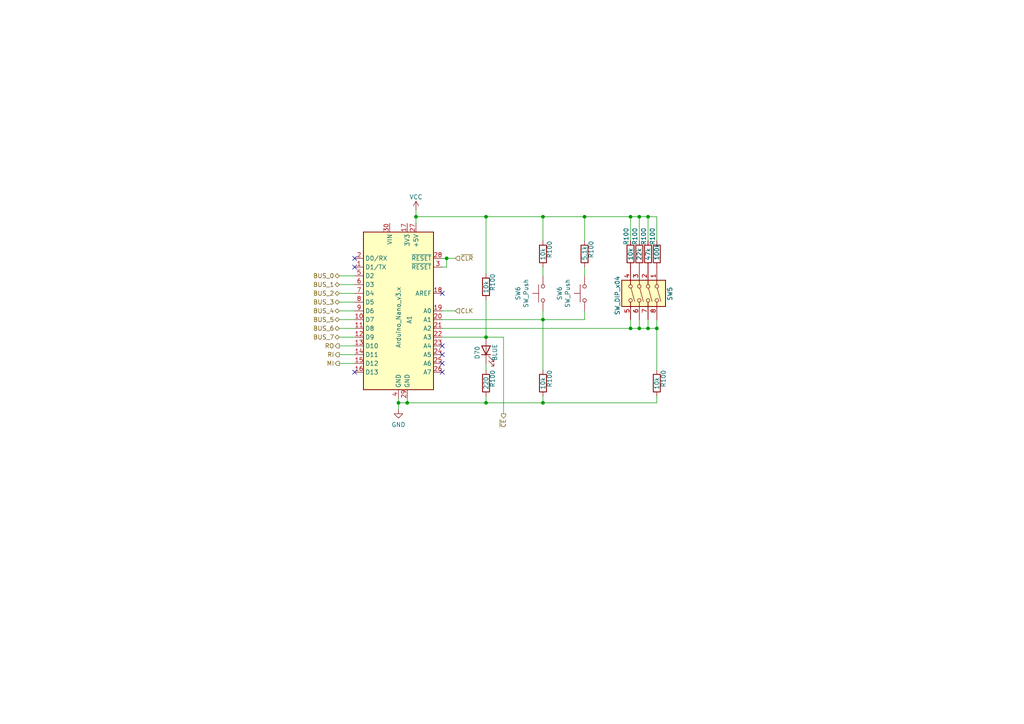
<source format=kicad_sch>
(kicad_sch (version 20230121) (generator eeschema)
  (paper "A4")
  (lib_symbols
    (symbol "Device:LED" (pin_numbers hide) (pin_names (offset 1.016) hide)
      (property "Reference" "D" (at 0 2.54 0))
      (property "Value" "LED" (at 0 -2.54 0))
      (symbol "LED_0_1"
        (polyline (pts (xy -1.27 -1.27) (xy -1.27 1.27)) (stroke (width 0.254)))
        (polyline (pts (xy -1.27 0) (xy 1.27 0)))
        (polyline (pts (xy 1.27 -1.27) (xy 1.27 1.27) (xy -1.27 0) (xy 1.27 -1.27)) (stroke (width 0.254)))
        (polyline (pts (xy -3.048 -0.762) (xy -4.572 -2.286) (xy -3.81 -2.286) (xy -4.572 -2.286) (xy -4.572 -1.524)))
        (polyline (pts (xy -1.778 -0.762) (xy -3.302 -2.286) (xy -2.54 -2.286) (xy -3.302 -2.286) (xy -3.302 -1.524)))
      )
      (symbol "LED_1_1"
        (pin passive line (at -3.81 0 0) (length 2.54) (name "K") (number "1"))
        (pin passive line (at 3.81 0 180) (length 2.54) (name "A") (number "2"))
      )
    )
    (symbol "Device:R" (pin_numbers hide) (pin_names (offset 0))
      (property "Reference" "R" (at 2.032 0 90))
      (property "Value" "R" (at 0 0 90))
      (symbol "R_0_1"
        (rectangle (start -1.016 -2.54) (end 1.016 2.54) (stroke (width 0.254)))
      )
      (symbol "R_1_1"
        (pin passive line (at 0 3.81 270) (length 1.27) (name "~") (number "1"))
        (pin passive line (at 0 -3.81 90) (length 1.27) (name "~") (number "2"))
      )
    )
    (symbol "MCU_Module:Arduino_Nano_v3.x"
      (property "Reference" "A" (at -10.16 23.495 0))
      (property "Value" "Arduino_Nano_v3.x" (at 5.08 -24.13 0))
      (symbol "Arduino_Nano_v3.x_0_1"
        (rectangle (start -10.16 22.86) (end 10.16 -22.86) (stroke (width 0.254)) (fill (type background)))
      )
      (symbol "Arduino_Nano_v3.x_1_1"
        (pin bidirectional line (at -12.7 12.7 0) (length 2.54) (name "D1/TX") (number "1"))
        (pin bidirectional line (at -12.7 -2.54 0) (length 2.54) (name "D7") (number "10"))
        (pin bidirectional line (at -12.7 -5.08 0) (length 2.54) (name "D8") (number "11"))
        (pin bidirectional line (at -12.7 -7.62 0) (length 2.54) (name "D9") (number "12"))
        (pin bidirectional line (at -12.7 -10.16 0) (length 2.54) (name "D10") (number "13"))
        (pin bidirectional line (at -12.7 -12.7 0) (length 2.54) (name "D11") (number "14"))
        (pin bidirectional line (at -12.7 -15.24 0) (length 2.54) (name "D12") (number "15"))
        (pin bidirectional line (at -12.7 -17.78 0) (length 2.54) (name "D13") (number "16"))
        (pin power_out line (at 2.54 25.4 270) (length 2.54) (name "3V3") (number "17"))
        (pin input line (at 12.7 5.08 180) (length 2.54) (name "AREF") (number "18"))
        (pin bidirectional line (at 12.7 0 180) (length 2.54) (name "A0") (number "19"))
        (pin bidirectional line (at -12.7 15.24 0) (length 2.54) (name "D0/RX") (number "2"))
        (pin bidirectional line (at 12.7 -2.54 180) (length 2.54) (name "A1") (number "20"))
        (pin bidirectional line (at 12.7 -5.08 180) (length 2.54) (name "A2") (number "21"))
        (pin bidirectional line (at 12.7 -7.62 180) (length 2.54) (name "A3") (number "22"))
        (pin bidirectional line (at 12.7 -10.16 180) (length 2.54) (name "A4") (number "23"))
        (pin bidirectional line (at 12.7 -12.7 180) (length 2.54) (name "A5") (number "24"))
        (pin bidirectional line (at 12.7 -15.24 180) (length 2.54) (name "A6") (number "25"))
        (pin bidirectional line (at 12.7 -17.78 180) (length 2.54) (name "A7") (number "26"))
        (pin power_out line (at 5.08 25.4 270) (length 2.54) (name "+5V") (number "27"))
        (pin input line (at 12.7 15.24 180) (length 2.54) (name "~{RESET}") (number "28"))
        (pin power_in line (at 2.54 -25.4 90) (length 2.54) (name "GND") (number "29"))
        (pin input line (at 12.7 12.7 180) (length 2.54) (name "~{RESET}") (number "3"))
        (pin power_in line (at -2.54 25.4 270) (length 2.54) (name "VIN") (number "30"))
        (pin power_in line (at 0 -25.4 90) (length 2.54) (name "GND") (number "4"))
        (pin bidirectional line (at -12.7 10.16 0) (length 2.54) (name "D2") (number "5"))
        (pin bidirectional line (at -12.7 7.62 0) (length 2.54) (name "D3") (number "6"))
        (pin bidirectional line (at -12.7 5.08 0) (length 2.54) (name "D4") (number "7"))
        (pin bidirectional line (at -12.7 2.54 0) (length 2.54) (name "D5") (number "8"))
        (pin bidirectional line (at -12.7 0 0) (length 2.54) (name "D6") (number "9"))
      )
    )
    (symbol "Switch:SW_DIP_x04" (pin_names (offset 0) hide)
      (property "Reference" "SW" (at 0 8.89 0))
      (property "Value" "SW_DIP_x04" (at 0 -6.35 0))
      (symbol "SW_DIP_x04_0_0"
        (circle (center -2.032 -2.54) (radius 0.508))
        (circle (center -2.032 0) (radius 0.508))
        (circle (center -2.032 2.54) (radius 0.508))
        (circle (center -2.032 5.08) (radius 0.508))
        (polyline (pts (xy -1.524 -2.3876) (xy 2.3622 -1.3462)))
        (polyline (pts (xy -1.524 0.127) (xy 2.3622 1.1684)))
        (polyline (pts (xy -1.524 2.667) (xy 2.3622 3.7084)))
        (polyline (pts (xy -1.524 5.207) (xy 2.3622 6.2484)))
        (circle (center 2.032 -2.54) (radius 0.508))
        (circle (center 2.032 0) (radius 0.508))
        (circle (center 2.032 2.54) (radius 0.508))
        (circle (center 2.032 5.08) (radius 0.508))
      )
      (symbol "SW_DIP_x04_0_1"
        (rectangle (start -3.81 7.62) (end 3.81 -5.08) (stroke (width 0.254)) (fill (type background)))
      )
      (symbol "SW_DIP_x04_1_1"
        (pin passive line (at -7.62 5.08 0) (length 5.08) (name "~") (number "1"))
        (pin passive line (at -7.62 2.54 0) (length 5.08) (name "~") (number "2"))
        (pin passive line (at -7.62 0 0) (length 5.08) (name "~") (number "3"))
        (pin passive line (at -7.62 -2.54 0) (length 5.08) (name "~") (number "4"))
        (pin passive line (at 7.62 -2.54 180) (length 5.08) (name "~") (number "5"))
        (pin passive line (at 7.62 0 180) (length 5.08) (name "~") (number "6"))
        (pin passive line (at 7.62 2.54 180) (length 5.08) (name "~") (number "7"))
        (pin passive line (at 7.62 5.08 180) (length 5.08) (name "~") (number "8"))
      )
    )
    (symbol "Switch:SW_Push" (pin_numbers hide) (pin_names (offset 1.016) hide)
      (property "Reference" "SW" (at 1.27 2.54 0))
      (property "Value" "SW_Push" (at 0 -1.524 0))
      (symbol "SW_Push_0_1"
        (circle (center -2.032 0) (radius 0.508))
        (polyline (pts (xy 0 1.27) (xy 0 3.048)))
        (polyline (pts (xy 2.54 1.27) (xy -2.54 1.27)))
        (circle (center 2.032 0) (radius 0.508))
        (pin passive line (at -5.08 0 0) (length 2.54) (name "1") (number "1"))
        (pin passive line (at 5.08 0 180) (length 2.54) (name "2") (number "2"))
      )
    )
    (symbol "power:GND" (power) (pin_names (offset 0))
      (property "Value" "GND" (at 0 -3.81 0))
      (symbol "GND_0_1"
        (polyline (pts (xy 0 0) (xy 0 -1.27) (xy 1.27 -1.27) (xy 0 -2.54) (xy -1.27 -1.27) (xy 0 -1.27)))
      )
      (symbol "GND_1_1"
        (pin power_in line (at 0 0 270) (length 0) hide (name "GND") (number "1"))
      )
    )
    (symbol "power:VCC" (power) (pin_names (offset 0))
      (property "Value" "VCC" (at 0 3.81 0))
      (symbol "VCC_0_1"
        (polyline (pts (xy -0.762 1.27) (xy 0 2.54)))
        (polyline (pts (xy 0 0) (xy 0 2.54)))
        (polyline (pts (xy 0 2.54) (xy 0.762 1.27)))
      )
      (symbol "VCC_1_1"
        (pin power_in line (at 0 0 90) (length 0) hide (name "VCC") (number "1"))
      )
    )
  )
  (junction (at 157.48 62.865))
  (junction (at 140.97 62.865))
  (junction (at 190.5 95.25))
  (junction (at 182.88 95.25))
  (junction (at 120.65 62.865))
  (junction (at 185.42 62.865))
  (junction (at 185.42 95.25))
  (junction (at 157.48 116.84))
  (junction (at 187.96 62.865))
  (junction (at 182.88 62.865))
  (junction (at 140.97 116.84))
  (junction (at 129.54 74.93))
  (junction (at 157.48 92.71))
  (junction (at 140.97 97.79))
  (junction (at 169.545 62.865))
  (junction (at 115.57 116.84))
  (junction (at 187.96 95.25))
  (junction (at 118.11 116.84))
  (no_connect (at 102.87 74.93))
  (no_connect (at 102.87 77.47))
  (no_connect (at 128.27 105.41))
  (no_connect (at 128.27 107.95))
  (no_connect (at 128.27 100.33))
  (no_connect (at 128.27 85.09))
  (no_connect (at 102.87 107.95))
  (no_connect (at 128.27 102.87))
  (wire (pts (xy 185.42 92.71) (xy 185.42 95.25)))
  (wire (pts (xy 190.5 69.85) (xy 190.5 62.865)))
  (wire (pts (xy 169.545 69.85) (xy 169.545 62.865)))
  (wire (pts (xy 128.27 92.71) (xy 157.48 92.71)))
  (wire (pts (xy 98.425 85.09) (xy 102.87 85.09)))
  (wire (pts (xy 140.97 86.995) (xy 140.97 97.79)))
  (wire (pts (xy 98.425 95.25) (xy 102.87 95.25)))
  (wire (pts (xy 187.96 69.85) (xy 187.96 62.865)))
  (wire (pts (xy 118.11 115.57) (xy 118.11 116.84)))
  (wire (pts (xy 157.48 90.17) (xy 157.48 92.71)))
  (wire (pts (xy 190.5 95.25) (xy 190.5 107.315)))
  (wire (pts (xy 140.97 79.375) (xy 140.97 62.865)))
  (wire (pts (xy 120.65 62.865) (xy 140.97 62.865)))
  (wire (pts (xy 190.5 92.71) (xy 190.5 95.25)))
  (wire (pts (xy 120.65 60.96) (xy 120.65 62.865)))
  (wire (pts (xy 129.54 74.93) (xy 129.54 77.47)))
  (wire (pts (xy 98.425 82.55) (xy 102.87 82.55)))
  (wire (pts (xy 157.48 114.935) (xy 157.48 116.84)))
  (wire (pts (xy 115.57 116.84) (xy 115.57 115.57)))
  (wire (pts (xy 169.545 92.71) (xy 157.48 92.71)))
  (wire (pts (xy 182.88 62.865) (xy 169.545 62.865)))
  (wire (pts (xy 185.42 95.25) (xy 187.96 95.25)))
  (wire (pts (xy 182.88 95.25) (xy 185.42 95.25)))
  (wire (pts (xy 128.27 90.17) (xy 132.08 90.17)))
  (wire (pts (xy 182.88 69.85) (xy 182.88 62.865)))
  (wire (pts (xy 98.425 100.33) (xy 102.87 100.33)))
  (wire (pts (xy 190.5 95.25) (xy 187.96 95.25)))
  (wire (pts (xy 115.57 116.84) (xy 118.11 116.84)))
  (wire (pts (xy 157.48 92.71) (xy 157.48 107.315)))
  (wire (pts (xy 140.97 114.935) (xy 140.97 116.84)))
  (wire (pts (xy 120.65 62.865) (xy 120.65 64.77)))
  (wire (pts (xy 98.425 105.41) (xy 102.87 105.41)))
  (wire (pts (xy 185.42 62.865) (xy 182.88 62.865)))
  (wire (pts (xy 185.42 69.85) (xy 185.42 62.865)))
  (wire (pts (xy 129.54 74.93) (xy 128.27 74.93)))
  (wire (pts (xy 157.48 116.84) (xy 140.97 116.84)))
  (wire (pts (xy 187.96 62.865) (xy 185.42 62.865)))
  (wire (pts (xy 190.5 62.865) (xy 187.96 62.865)))
  (wire (pts (xy 157.48 77.47) (xy 157.48 80.01)))
  (wire (pts (xy 129.54 77.47) (xy 128.27 77.47)))
  (wire (pts (xy 190.5 114.935) (xy 190.5 116.84)))
  (wire (pts (xy 182.88 92.71) (xy 182.88 95.25)))
  (wire (pts (xy 98.425 80.01) (xy 102.87 80.01)))
  (wire (pts (xy 187.96 92.71) (xy 187.96 95.25)))
  (wire (pts (xy 98.425 97.79) (xy 102.87 97.79)))
  (wire (pts (xy 146.05 97.79) (xy 140.97 97.79)))
  (wire (pts (xy 190.5 116.84) (xy 157.48 116.84)))
  (wire (pts (xy 146.05 120.015) (xy 146.05 97.79)))
  (wire (pts (xy 98.425 102.87) (xy 102.87 102.87)))
  (wire (pts (xy 98.425 90.17) (xy 102.87 90.17)))
  (wire (pts (xy 98.425 87.63) (xy 102.87 87.63)))
  (wire (pts (xy 128.27 95.25) (xy 182.88 95.25)))
  (wire (pts (xy 169.545 90.17) (xy 169.545 92.71)))
  (wire (pts (xy 140.97 116.84) (xy 118.11 116.84)))
  (wire (pts (xy 129.54 74.93) (xy 132.08 74.93)))
  (wire (pts (xy 140.97 62.865) (xy 157.48 62.865)))
  (wire (pts (xy 115.57 116.84) (xy 115.57 118.745)))
  (wire (pts (xy 169.545 62.865) (xy 157.48 62.865)))
  (wire (pts (xy 128.27 97.79) (xy 140.97 97.79)))
  (wire (pts (xy 157.48 69.85) (xy 157.48 62.865)))
  (wire (pts (xy 169.545 77.47) (xy 169.545 80.01)))
  (wire (pts (xy 140.97 105.41) (xy 140.97 107.315)))
  (wire (pts (xy 98.425 92.71) (xy 102.87 92.71)))
  (hierarchical_label "CLK" (shape input) (at 132.08 90.17 0))
  (hierarchical_label "RO" (shape output) (at 98.425 100.33 180))
  (hierarchical_label "BUS_7" (shape bidirectional) (at 98.425 97.79 180))
  (hierarchical_label "BUS_5" (shape bidirectional) (at 98.425 92.71 180))
  (hierarchical_label "~{CLR}" (shape input) (at 132.08 74.93 0))
  (hierarchical_label "BUS_6" (shape bidirectional) (at 98.425 95.25 180))
  (hierarchical_label "BUS_2" (shape bidirectional) (at 98.425 85.09 180))
  (hierarchical_label "BUS_3" (shape bidirectional) (at 98.425 87.63 180))
  (hierarchical_label "~{CE}" (shape output) (at 146.05 120.015 270))
  (hierarchical_label "BUS_0" (shape bidirectional) (at 98.425 80.01 180))
  (hierarchical_label "BUS_1" (shape bidirectional) (at 98.425 82.55 180))
  (hierarchical_label "RI" (shape output) (at 98.425 102.87 180))
  (hierarchical_label "MI" (shape output) (at 98.425 105.41 180))
  (hierarchical_label "BUS_4" (shape bidirectional) (at 98.425 90.17 180))
  (symbol (lib_id "Device:R") (at 185.42 73.66 0) (unit 1)
    (property "Reference" "R100" (at 184.15 71.12 90) (effects (justify left)))
    (property "Value" "22k" (at 185.42 75.565 90) (effects (justify left)))
    (property "Footprint" "Resistor_THT:R_Axial_DIN0207_L6.3mm_D2.5mm_P7.62mm_Horizontal" (effects hide))
    (instances (project "8 Bit Computer" (path "" (reference "R100") (unit 1)) (path "" (reference "R?") (unit 1)) (path "" (reference "R606") (unit 1))))
  )
  (symbol (lib_id "Device:R") (at 190.5 111.125 0) (unit 1)
    (property "Reference" "R100" (at 192.405 112.395 90) (effects (justify left)))
    (property "Value" "10k" (at 190.5 113.03 90) (effects (justify left)))
    (property "Footprint" "Resistor_THT:R_Axial_DIN0207_L6.3mm_D2.5mm_P7.62mm_Horizontal" (effects hide))
    (instances (project "8 Bit Computer" (path "" (reference "R100") (unit 1)) (path "" (reference "R?") (unit 1)) (path "" (reference "R609") (unit 1))))
  )
  (symbol (lib_id "power:VCC") (at 120.65 60.96 0) (unit 1)
    (property "Reference" "#PWR?" (effects hide))
    (property "Value" "VCC" (at 120.65 57.15 0))
    (instances (project "8 Bit Computer" (path "" (reference "#PWR?") (unit 1)) (path "" (reference "#PWR013") (unit 1)) (path "" (reference "#PWR015") (unit 1))))
  )
  (symbol (lib_id "Device:R") (at 187.96 73.66 0) (unit 1)
    (property "Reference" "R100" (at 186.69 71.12 90) (effects (justify left)))
    (property "Value" "47k" (at 187.96 75.565 90) (effects (justify left)))
    (property "Footprint" "Resistor_THT:R_Axial_DIN0207_L6.3mm_D2.5mm_P7.62mm_Horizontal" (effects hide))
    (instances (project "8 Bit Computer" (path "" (reference "R100") (unit 1)) (path "" (reference "R?") (unit 1)) (path "" (reference "R607") (unit 1))))
  )
  (symbol (lib_id "MCU_Module:Arduino_Nano_v3.x") (at 115.57 90.17 0) (unit 1)
    (property "Reference" "A1" (at 118.745 93.98 90) (effects (justify left)))
    (property "Value" "Arduino_Nano_v3.x" (at 115.57 100.965 90) (effects (justify left)))
    (property "Footprint" "Module:Arduino_Nano" (effects hide))
    (property "Datasheet" "http://www.mouser.com/pdfdocs/Gravitech_Arduino_Nano3_0.pdf" (effects hide))
  )
  (symbol (lib_id "Device:R") (at 182.88 73.66 0) (unit 1)
    (property "Reference" "R100" (at 181.61 71.12 90) (effects (justify left)))
    (property "Value" "10k" (at 182.88 75.565 90) (effects (justify left)))
    (property "Footprint" "Resistor_THT:R_Axial_DIN0207_L6.3mm_D2.5mm_P7.62mm_Horizontal" (effects hide))
    (instances (project "8 Bit Computer" (path "" (reference "R100") (unit 1)) (path "" (reference "R?") (unit 1)) (path "" (reference "R605") (unit 1))))
  )
  (symbol (lib_id "Device:LED") (at 140.97 101.6 90) (unit 1)
    (property "Reference" "D70" (at 138.43 100.33 0) (effects (justify right)))
    (property "Value" "BLUE" (at 143.51 99.695 0) (effects (justify right)))
    (property "Footprint" "LED_THT:LED_D5.0mm" (effects hide))
    (instances (project "8 Bit Computer" (path "" (reference "D70") (unit 1)) (path "" (reference "D?") (unit 1)) (path "" (reference "D600") (unit 1))))
  )
  (symbol (lib_id "Device:R") (at 190.5 73.66 0) (unit 1)
    (property "Reference" "R100" (at 189.23 71.12 90) (effects (justify left)))
    (property "Value" "100k" (at 190.5 75.565 90) (effects (justify left)))
    (property "Footprint" "Resistor_THT:R_Axial_DIN0207_L6.3mm_D2.5mm_P7.62mm_Horizontal" (effects hide))
    (instances (project "8 Bit Computer" (path "" (reference "R100") (unit 1)) (path "" (reference "R?") (unit 1)) (path "" (reference "R608") (unit 1))))
  )
  (symbol (lib_id "Device:R") (at 169.545 73.66 0) (unit 1)
    (property "Reference" "R100" (at 171.45 74.93 90) (effects (justify left)))
    (property "Value" "5.1k" (at 169.545 75.565 90) (effects (justify left)))
    (property "Footprint" "Resistor_THT:R_Axial_DIN0207_L6.3mm_D2.5mm_P7.62mm_Horizontal" (effects hide))
    (instances (project "8 Bit Computer" (path "" (reference "R100") (unit 1)) (path "" (reference "R?") (unit 1)) (path "" (reference "R604") (unit 1))))
  )
  (symbol (lib_id "power:GND") (at 115.57 118.745 0) (unit 1)
    (property "Reference" "#PWR014" (effects hide))
    (property "Value" "GND" (at 115.57 123.19 0))
  )
  (symbol (lib_id "Device:R") (at 157.48 111.125 0) (unit 1)
    (property "Reference" "R100" (at 159.385 112.395 90) (effects (justify left)))
    (property "Value" "10k" (at 157.48 113.03 90) (effects (justify left)))
    (property "Footprint" "Resistor_THT:R_Axial_DIN0207_L6.3mm_D2.5mm_P7.62mm_Horizontal" (effects hide))
    (instances (project "8 Bit Computer" (path "" (reference "R100") (unit 1)) (path "" (reference "R?") (unit 1)) (path "" (reference "R602") (unit 1))))
  )
  (symbol (lib_id "Switch:SW_DIP_x04") (at 185.42 85.09 270) (unit 1)
    (property "Reference" "SW5" (at 194.31 83.185 0) (effects (justify left)))
    (property "Value" "SW_DIP_x04" (at 179.07 80.01 0) (effects (justify left)))
    (property "Footprint" "Button_Switch_THT:SW_DIP_SPSTx04_Slide_9.78x12.34mm_W7.62mm_P2.54mm" (effects hide))
    (instances (project "8 Bit Computer" (path "" (reference "SW5") (unit 1)) (path "" (reference "SW?") (unit 1)) (path "" (reference "SW10") (unit 1))))
  )
  (symbol (lib_id "Switch:SW_Push") (at 157.48 85.09 90) (unit 1)
    (property "Reference" "SW6" (at 150.241 85.09 0))
    (property "Value" "SW_Push" (at 152.5524 85.09 0))
    (property "Footprint" "Button_Switch_THT:SW_PUSH_6mm_H5mm" (effects hide))
    (instances (project "8 Bit Computer" (path "" (reference "SW6") (unit 1)) (path "" (reference "SW?") (unit 1)) (path "" (reference "SW11") (unit 1))))
  )
  (symbol (lib_id "Device:R") (at 157.48 73.66 0) (unit 1)
    (property "Reference" "R100" (at 159.385 74.93 90) (effects (justify left)))
    (property "Value" "10k" (at 157.48 75.565 90) (effects (justify left)))
    (property "Footprint" "Resistor_THT:R_Axial_DIN0207_L6.3mm_D2.5mm_P7.62mm_Horizontal" (effects hide))
    (instances (project "8 Bit Computer" (path "" (reference "R100") (unit 1)) (path "" (reference "R?") (unit 1)) (path "" (reference "R603") (unit 1))))
  )
  (symbol (lib_id "Device:R") (at 140.97 111.125 0) (unit 1)
    (property "Reference" "R100" (at 142.875 112.395 90) (effects (justify left)))
    (property "Value" "220" (at 140.97 113.03 90) (effects (justify left)))
    (property "Footprint" "Resistor_THT:R_Axial_DIN0207_L6.3mm_D2.5mm_P7.62mm_Horizontal" (effects hide))
    (instances (project "8 Bit Computer" (path "" (reference "R100") (unit 1)) (path "" (reference "R?") (unit 1)) (path "" (reference "R600") (unit 1))))
  )
  (symbol (lib_id "Device:R") (at 140.97 83.185 0) (unit 1)
    (property "Reference" "R100" (at 142.875 84.455 90) (effects (justify left)))
    (property "Value" "10k" (at 140.97 85.09 90) (effects (justify left)))
    (property "Footprint" "Resistor_THT:R_Axial_DIN0207_L6.3mm_D2.5mm_P7.62mm_Horizontal" (effects hide))
    (instances (project "8 Bit Computer" (path "" (reference "R100") (unit 1)) (path "" (reference "R?") (unit 1)) (path "" (reference "R601") (unit 1))))
  )
  (symbol (lib_id "Switch:SW_Push") (at 169.545 85.09 90) (unit 1)
    (property "Reference" "SW6" (at 162.306 85.09 0))
    (property "Value" "SW_Push" (at 164.6174 85.09 0))
    (property "Footprint" "Button_Switch_THT:SW_PUSH_6mm_H5mm" (effects hide))
    (instances (project "8 Bit Computer" (path "" (reference "SW6") (unit 1)) (path "" (reference "SW?") (unit 1)) (path "" (reference "SW12") (unit 1))))
  )
)
</source>
